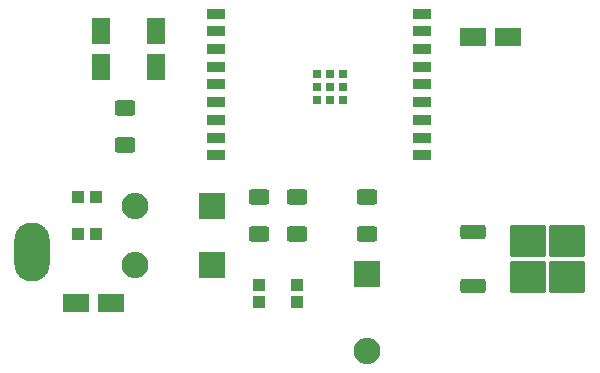
<source format=gbr>
%TF.GenerationSoftware,KiCad,Pcbnew,8.0.4*%
%TF.CreationDate,2024-08-04T18:34:55-04:00*%
%TF.ProjectId,ESP32-C3-BreadBoardAdapter,45535033-322d-4433-932d-427265616442,rev?*%
%TF.SameCoordinates,Original*%
%TF.FileFunction,Paste,Top*%
%TF.FilePolarity,Positive*%
%FSLAX46Y46*%
G04 Gerber Fmt 4.6, Leading zero omitted, Abs format (unit mm)*
G04 Created by KiCad (PCBNEW 8.0.4) date 2024-08-04 18:34:55*
%MOMM*%
%LPD*%
G01*
G04 APERTURE LIST*
G04 Aperture macros list*
%AMRoundRect*
0 Rectangle with rounded corners*
0 $1 Rounding radius*
0 $2 $3 $4 $5 $6 $7 $8 $9 X,Y pos of 4 corners*
0 Add a 4 corners polygon primitive as box body*
4,1,4,$2,$3,$4,$5,$6,$7,$8,$9,$2,$3,0*
0 Add four circle primitives for the rounded corners*
1,1,$1+$1,$2,$3*
1,1,$1+$1,$4,$5*
1,1,$1+$1,$6,$7*
1,1,$1+$1,$8,$9*
0 Add four rect primitives between the rounded corners*
20,1,$1+$1,$2,$3,$4,$5,0*
20,1,$1+$1,$4,$5,$6,$7,0*
20,1,$1+$1,$6,$7,$8,$9,0*
20,1,$1+$1,$8,$9,$2,$3,0*%
G04 Aperture macros list end*
%ADD10O,3.000000X5.000000*%
%ADD11R,2.250000X2.250000*%
%ADD12O,2.250000X2.250000*%
%ADD13RoundRect,0.250000X-0.625000X0.400000X-0.625000X-0.400000X0.625000X-0.400000X0.625000X0.400000X0*%
%ADD14R,1.117600X1.041400*%
%ADD15R,2.200000X1.600000*%
%ADD16RoundRect,0.250000X-0.850000X-0.350000X0.850000X-0.350000X0.850000X0.350000X-0.850000X0.350000X0*%
%ADD17RoundRect,0.250000X-1.275000X-1.125000X1.275000X-1.125000X1.275000X1.125000X-1.275000X1.125000X0*%
%ADD18R,1.041400X1.117600*%
%ADD19R,1.600000X2.200000*%
%ADD20R,1.500000X0.900000*%
%ADD21R,0.700000X0.700000*%
G04 APERTURE END LIST*
D10*
%TO.C,J7*%
X115340000Y-78300000D03*
%TD*%
D11*
%TO.C,SW1*%
X143740000Y-80150000D03*
D12*
X143740000Y-86650000D03*
%TD*%
D13*
%TO.C,R3*%
X137740000Y-73650000D03*
X137740000Y-76750000D03*
%TD*%
D14*
%TO.C,LED1*%
X134539800Y-81049999D03*
X134539800Y-82550001D03*
X137740200Y-82550001D03*
X137740200Y-81049999D03*
%TD*%
D15*
%TO.C,C1*%
X152640000Y-60100000D03*
X155640000Y-60100000D03*
%TD*%
D13*
%TO.C,R4*%
X123240000Y-66100000D03*
X123240000Y-69200000D03*
%TD*%
%TO.C,R8*%
X143740000Y-73650000D03*
X143740000Y-76750000D03*
%TD*%
%TO.C,R7*%
X134540000Y-73650000D03*
X134540000Y-76750000D03*
%TD*%
D16*
%TO.C,U3*%
X152700000Y-76622500D03*
D17*
X157325000Y-77377500D03*
X157325000Y-80427500D03*
X160675000Y-77377500D03*
X160675000Y-80427500D03*
D16*
X152700000Y-81182500D03*
%TD*%
D18*
%TO.C,LED2*%
X120740000Y-73599800D03*
X119239998Y-73599800D03*
X119239998Y-76800200D03*
X120740000Y-76800200D03*
%TD*%
D11*
%TO.C,SW2*%
X130590000Y-79400000D03*
D12*
X124090000Y-79400000D03*
%TD*%
D11*
%TO.C,SW3*%
X130540000Y-74400000D03*
D12*
X124040000Y-74400000D03*
%TD*%
D19*
%TO.C,C5*%
X121140000Y-59600000D03*
X121140000Y-62600000D03*
%TD*%
D15*
%TO.C,C3*%
X122040000Y-82600000D03*
X119040000Y-82600000D03*
%TD*%
D20*
%TO.C,U1*%
X130890000Y-58100000D03*
X130890000Y-59600000D03*
X130890000Y-61100000D03*
X130890000Y-62600000D03*
X130890000Y-64100000D03*
X130890000Y-65600000D03*
X130890000Y-67100000D03*
X130890000Y-68600000D03*
X130890000Y-70100000D03*
X148390000Y-70100000D03*
X148390000Y-68600000D03*
X148390000Y-67100000D03*
X148390000Y-65600000D03*
X148390000Y-64100000D03*
X148390000Y-62600000D03*
X148390000Y-61100000D03*
X148390000Y-59600000D03*
X148390000Y-58100000D03*
D21*
X139500000Y-63200000D03*
X140600000Y-63200000D03*
X141700000Y-63200000D03*
X139500000Y-64300000D03*
X140600000Y-64300000D03*
X141700000Y-64300000D03*
X139500000Y-65400000D03*
X140600000Y-65400000D03*
X141700000Y-65400000D03*
%TD*%
D19*
%TO.C,C4*%
X125840000Y-59600000D03*
X125840000Y-62600000D03*
%TD*%
M02*

</source>
